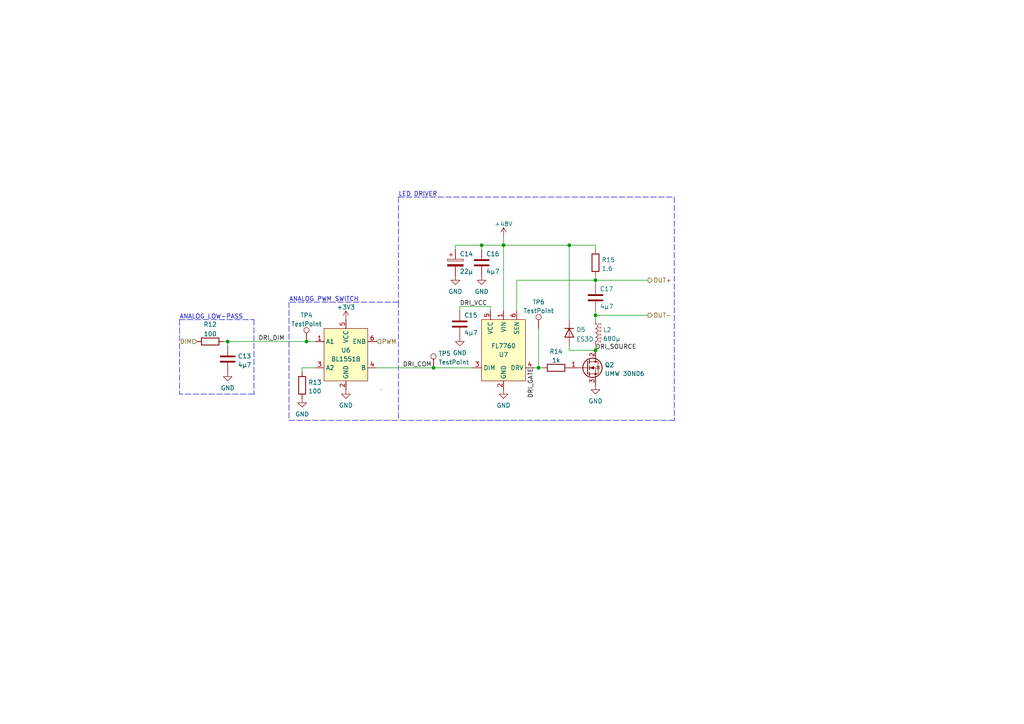
<source format=kicad_sch>
(kicad_sch (version 20211123) (generator eeschema)
  (paper "A4")
  (lib_symbols
    (symbol "Connector:TestPoint" (pin_numbers hide) (pin_names (offset 0.762) hide)
      (property "Reference" "TP" (at 0 6.858 0))
      (property "Value" "TestPoint" (at 0 5.08 0))
      (symbol "TestPoint_0_1"
        (circle (center 0 3.302) (radius 0.762))
      )
      (symbol "TestPoint_1_1"
        (pin passive line (at 0 0 90) (length 2.54) (name "1") (number "1"))
      )
    )
    (symbol "Device:C" (pin_numbers hide) (pin_names (offset 0.254))
      (property "Reference" "C" (at 0.635 2.54 0))
      (property "Value" "C" (at 0.635 -2.54 0))
      (symbol "C_0_1"
        (polyline (pts (xy -2.032 -0.762) (xy 2.032 -0.762)) (stroke (width 0.508)))
        (polyline (pts (xy -2.032 0.762) (xy 2.032 0.762)) (stroke (width 0.508)))
      )
      (symbol "C_1_1"
        (pin passive line (at 0 3.81 270) (length 2.794) (name "~") (number "1"))
        (pin passive line (at 0 -3.81 90) (length 2.794) (name "~") (number "2"))
      )
    )
    (symbol "Device:C_Polarized" (pin_numbers hide) (pin_names (offset 0.254))
      (property "Reference" "C" (at 0.635 2.54 0))
      (property "Value" "C_Polarized" (at 0.635 -2.54 0))
      (symbol "C_Polarized_0_1"
        (rectangle (start -2.286 0.508) (end 2.286 1.016))
        (polyline (pts (xy -1.778 2.286) (xy -0.762 2.286)))
        (polyline (pts (xy -1.27 2.794) (xy -1.27 1.778)))
        (rectangle (start 2.286 -0.508) (end -2.286 -1.016) (fill (type outline)))
      )
      (symbol "C_Polarized_1_1"
        (pin passive line (at 0 3.81 270) (length 2.794) (name "~") (number "1"))
        (pin passive line (at 0 -3.81 90) (length 2.794) (name "~") (number "2"))
      )
    )
    (symbol "Device:D" (pin_numbers hide) (pin_names (offset 1.016) hide)
      (property "Reference" "D" (at 0 2.54 0))
      (property "Value" "D" (at 0 -2.54 0))
      (symbol "D_0_1"
        (polyline (pts (xy -1.27 1.27) (xy -1.27 -1.27)) (stroke (width 0.254)))
        (polyline (pts (xy 1.27 0) (xy -1.27 0)))
        (polyline (pts (xy 1.27 1.27) (xy 1.27 -1.27) (xy -1.27 0) (xy 1.27 1.27)) (stroke (width 0.254)))
      )
      (symbol "D_1_1"
        (pin passive line (at -3.81 0 0) (length 2.54) (name "K") (number "1"))
        (pin passive line (at 3.81 0 180) (length 2.54) (name "A") (number "2"))
      )
    )
    (symbol "Device:L_Ferrite" (pin_numbers hide) (pin_names (offset 1.016) hide)
      (property "Reference" "L" (at -1.27 0 90))
      (property "Value" "L_Ferrite" (at 2.794 0 90))
      (symbol "L_Ferrite_0_1"
        (arc (start 0 -2.54) (mid 0.635 -1.905) (end 0 -1.27))
        (arc (start 0 -1.27) (mid 0.635 -0.635) (end 0 0))
        (polyline (pts (xy 1.016 -2.794) (xy 1.016 -2.286)))
        (polyline (pts (xy 1.016 -1.778) (xy 1.016 -1.27)))
        (polyline (pts (xy 1.016 -0.762) (xy 1.016 -0.254)))
        (polyline (pts (xy 1.016 0.254) (xy 1.016 0.762)))
        (polyline (pts (xy 1.016 1.27) (xy 1.016 1.778)))
        (polyline (pts (xy 1.016 2.286) (xy 1.016 2.794)))
        (polyline (pts (xy 1.524 -2.286) (xy 1.524 -2.794)))
        (polyline (pts (xy 1.524 -1.27) (xy 1.524 -1.778)))
        (polyline (pts (xy 1.524 -0.254) (xy 1.524 -0.762)))
        (polyline (pts (xy 1.524 0.762) (xy 1.524 0.254)))
        (polyline (pts (xy 1.524 1.778) (xy 1.524 1.27)))
        (polyline (pts (xy 1.524 2.794) (xy 1.524 2.286)))
        (arc (start 0 0) (mid 0.635 0.635) (end 0 1.27))
        (arc (start 0 1.27) (mid 0.635 1.905) (end 0 2.54))
      )
      (symbol "L_Ferrite_1_1"
        (pin passive line (at 0 3.81 270) (length 1.27) (name "1") (number "1"))
        (pin passive line (at 0 -3.81 90) (length 1.27) (name "2") (number "2"))
      )
    )
    (symbol "Device:Q_NMOS_GDS" (pin_names (offset 0) hide)
      (property "Reference" "Q" (at 5.08 1.27 0))
      (property "Value" "Q_NMOS_GDS" (at 5.08 -1.27 0))
      (symbol "Q_NMOS_GDS_0_1"
        (polyline (pts (xy 0.254 0) (xy -2.54 0)))
        (polyline (pts (xy 0.254 1.905) (xy 0.254 -1.905)) (stroke (width 0.254)))
        (polyline (pts (xy 0.762 -1.27) (xy 0.762 -2.286)) (stroke (width 0.254)))
        (polyline (pts (xy 0.762 0.508) (xy 0.762 -0.508)) (stroke (width 0.254)))
        (polyline (pts (xy 0.762 2.286) (xy 0.762 1.27)) (stroke (width 0.254)))
        (polyline (pts (xy 2.54 2.54) (xy 2.54 1.778)))
        (polyline (pts (xy 2.54 -2.54) (xy 2.54 0) (xy 0.762 0)))
        (polyline (pts (xy 0.762 -1.778) (xy 3.302 -1.778) (xy 3.302 1.778) (xy 0.762 1.778)))
        (polyline (pts (xy 1.016 0) (xy 2.032 0.381) (xy 2.032 -0.381) (xy 1.016 0)) (fill (type outline)))
        (polyline (pts (xy 2.794 0.508) (xy 2.921 0.381) (xy 3.683 0.381) (xy 3.81 0.254)))
        (polyline (pts (xy 3.302 0.381) (xy 2.921 -0.254) (xy 3.683 -0.254) (xy 3.302 0.381)))
        (circle (center 1.651 0) (radius 2.794) (stroke (width 0.254)))
        (circle (center 2.54 -1.778) (radius 0.254) (fill (type outline)))
        (circle (center 2.54 1.778) (radius 0.254) (fill (type outline)))
      )
      (symbol "Q_NMOS_GDS_1_1"
        (pin input line (at -5.08 0 0) (length 2.54) (name "G") (number "1"))
        (pin passive line (at 2.54 5.08 270) (length 2.54) (name "D") (number "2"))
        (pin passive line (at 2.54 -5.08 90) (length 2.54) (name "S") (number "3"))
      )
    )
    (symbol "Device:R" (pin_numbers hide) (pin_names (offset 0))
      (property "Reference" "R" (at 2.032 0 90))
      (property "Value" "R" (at 0 0 90))
      (symbol "R_0_1"
        (rectangle (start -1.016 -2.54) (end 1.016 2.54) (stroke (width 0.254)))
      )
      (symbol "R_1_1"
        (pin passive line (at 0 3.81 270) (length 1.27) (name "~") (number "1"))
        (pin passive line (at 0 -3.81 90) (length 1.27) (name "~") (number "2"))
      )
    )
    (symbol "Library:FL7760"
      (property "Reference" "U" (at 0 -1.27 0))
      (property "Value" "FL7760" (at 0 1.27 0))
      (symbol "FL7760_0_1"
        (rectangle (start -6.35 10.16) (end 6.35 -7.62) (stroke (width 0.1524)) (fill (type background)))
      )
      (symbol "FL7760_1_1"
        (pin input line (at 0 12.7 270) (length 2.54) (name "VIN") (number "1"))
        (pin input line (at 0 -10.16 90) (length 2.54) (name "GND") (number "2"))
        (pin input line (at -8.89 -3.81 0) (length 2.54) (name "DIM") (number "3"))
        (pin output line (at 8.89 -3.81 180) (length 2.54) (name "DRV") (number "4"))
        (pin input line (at -3.81 12.7 270) (length 2.54) (name "VCC") (number "5"))
        (pin input line (at 3.81 12.7 270) (length 2.54) (name "SEN") (number "6"))
      )
    )
    (symbol "library:BL1551B"
      (property "Reference" "U" (at 0 -1.27 0))
      (property "Value" "BL1551B" (at 0 1.27 0))
      (symbol "BL1551B_0_1"
        (rectangle (start 6.35 7.62) (end -6.35 -7.62) (stroke (width 0.1524)) (fill (type background)))
        (rectangle (start 10.16 -10.16) (end 10.16 -10.16) (stroke (width 0.1524)))
        (rectangle (start 10.16 -10.16) (end 10.16 -10.16) (stroke (width 0.1524)))
        (rectangle (start 10.16 -10.16) (end 10.16 -10.16) (stroke (width 0.1524)))
      )
      (symbol "BL1551B_1_1"
        (pin bidirectional line (at -8.89 3.81 0) (length 2.54) (name "A1") (number "1"))
        (pin power_in line (at 0 -10.16 90) (length 2.54) (name "GND") (number "2"))
        (pin bidirectional line (at -8.89 -3.81 0) (length 2.54) (name "A2") (number "3"))
        (pin bidirectional line (at 8.89 -3.81 180) (length 2.54) (name "B") (number "4"))
        (pin power_in line (at 0 10.16 270) (length 2.54) (name "VCC") (number "5"))
        (pin input line (at 8.89 3.81 180) (length 2.54) (name "ENB") (number "6"))
      )
    )
    (symbol "power:+3V3" (power) (pin_names (offset 0))
      (property "Value" "+3V3" (at 0 3.556 0))
      (symbol "+3V3_0_1"
        (polyline (pts (xy -0.762 1.27) (xy 0 2.54)))
        (polyline (pts (xy 0 0) (xy 0 2.54)))
        (polyline (pts (xy 0 2.54) (xy 0.762 1.27)))
      )
      (symbol "+3V3_1_1"
        (pin power_in line (at 0 0 90) (length 0) hide (name "+3V3") (number "1"))
      )
    )
    (symbol "power:+48V" (power) (pin_names (offset 0))
      (property "Value" "+48V" (at 0 3.556 0))
      (symbol "+48V_0_1"
        (polyline (pts (xy -0.762 1.27) (xy 0 2.54)))
        (polyline (pts (xy 0 0) (xy 0 2.54)))
        (polyline (pts (xy 0 2.54) (xy 0.762 1.27)))
      )
      (symbol "+48V_1_1"
        (pin power_in line (at 0 0 90) (length 0) hide (name "+48V") (number "1"))
      )
    )
    (symbol "power:GND" (power) (pin_names (offset 0))
      (property "Value" "GND" (at 0 -3.81 0))
      (symbol "GND_0_1"
        (polyline (pts (xy 0 0) (xy 0 -1.27) (xy 1.27 -1.27) (xy 0 -2.54) (xy -1.27 -1.27) (xy 0 -1.27)))
      )
      (symbol "GND_1_1"
        (pin power_in line (at 0 0 270) (length 0) hide (name "GND") (number "1"))
      )
    )
  )
  (junction (at 88.9 99.06))
  (junction (at 172.72 101.6))
  (junction (at 66.04 99.06))
  (junction (at 139.7 71.12))
  (junction (at 165.1 71.12))
  (junction (at 146.05 71.12))
  (junction (at 172.72 91.44))
  (junction (at 156.21 106.68))
  (junction (at 172.72 81.28))
  (junction (at 125.73 106.68))
  (wire (pts (xy 172.72 81.28) (xy 187.96 81.28)))
  (wire (pts (xy 146.05 71.12) (xy 146.05 90.17)))
  (polyline (pts (xy 195.58 57.15) (xy 195.58 121.92)))
  (wire (pts (xy 172.72 91.44) (xy 172.72 92.71)))
  (polyline (pts (xy 52.07 92.71) (xy 52.07 114.3)))
  (polyline (pts (xy 73.66 114.3) (xy 52.07 114.3)))
  (wire (pts (xy 132.08 71.12) (xy 139.7 71.12)))
  (polyline (pts (xy 115.57 87.63) (xy 83.82 87.63)))
  (polyline (pts (xy 195.58 121.92) (xy 115.57 121.92)))
  (polyline (pts (xy 83.82 87.63) (xy 83.82 121.92)))
  (wire (pts (xy 87.63 106.68) (xy 87.63 107.95)))
  (wire (pts (xy 149.86 81.28) (xy 149.86 90.17)))
  (wire (pts (xy 132.08 72.39) (xy 132.08 71.12)))
  (wire (pts (xy 125.73 106.68) (xy 137.16 106.68)))
  (wire (pts (xy 172.72 91.44) (xy 187.96 91.44)))
  (wire (pts (xy 165.1 71.12) (xy 165.1 92.71)))
  (wire (pts (xy 154.94 106.68) (xy 156.21 106.68)))
  (wire (pts (xy 172.72 71.12) (xy 172.72 72.39)))
  (wire (pts (xy 66.04 99.06) (xy 64.77 99.06)))
  (wire (pts (xy 165.1 101.6) (xy 172.72 101.6)))
  (polyline (pts (xy 115.57 57.15) (xy 115.57 87.63)))
  (wire (pts (xy 88.9 99.06) (xy 91.44 99.06)))
  (wire (pts (xy 172.72 91.44) (xy 172.72 90.17)))
  (polyline (pts (xy 83.82 121.92) (xy 115.57 121.92)))
  (wire (pts (xy 109.22 106.68) (xy 125.73 106.68)))
  (polyline (pts (xy 115.57 57.15) (xy 195.58 57.15)))
  (wire (pts (xy 165.1 71.12) (xy 172.72 71.12)))
  (wire (pts (xy 172.72 80.01) (xy 172.72 81.28)))
  (wire (pts (xy 172.72 100.33) (xy 172.72 101.6)))
  (wire (pts (xy 165.1 100.33) (xy 165.1 101.6)))
  (wire (pts (xy 146.05 68.58) (xy 146.05 71.12)))
  (wire (pts (xy 87.63 106.68) (xy 91.44 106.68)))
  (polyline (pts (xy 73.66 92.71) (xy 73.66 114.3)))
  (wire (pts (xy 156.21 106.68) (xy 157.48 106.68)))
  (wire (pts (xy 66.04 99.06) (xy 88.9 99.06)))
  (wire (pts (xy 142.24 90.17) (xy 142.24 88.9)))
  (wire (pts (xy 139.7 72.39) (xy 139.7 71.12)))
  (wire (pts (xy 133.35 88.9) (xy 142.24 88.9)))
  (wire (pts (xy 156.21 95.25) (xy 156.21 106.68)))
  (wire (pts (xy 139.7 71.12) (xy 146.05 71.12)))
  (wire (pts (xy 133.35 88.9) (xy 133.35 90.17)))
  (wire (pts (xy 149.86 81.28) (xy 172.72 81.28)))
  (wire (pts (xy 66.04 100.33) (xy 66.04 99.06)))
  (wire (pts (xy 172.72 82.55) (xy 172.72 81.28)))
  (wire (pts (xy 146.05 71.12) (xy 165.1 71.12)))
  (polyline (pts (xy 115.57 87.63) (xy 115.57 121.92)))
  (polyline (pts (xy 52.07 92.71) (xy 73.66 92.71)))
  (text "ANALOG PWM SWITCH" (at 83.82 87.63 0) (effects (font (size 1.27 1.27)) (justify left bottom)))
  (text "ANALOG LOW-PASS" (at 52.07 92.71 0) (effects (font (size 1.27 1.27)) (justify left bottom)))
  (text "LED DRIVER" (at 115.57 57.15 0) (effects (font (size 1.27 1.27)) (justify left bottom)))
  (label "DRI_DIM" (at 74.93 99.06 0))
  (label "DRI_COM" (at 116.84 106.68 0))
  (label "DRI_VCC" (at 133.35 88.9 0))
  (label "DRI_SOURCE" (at 172.72 101.6 0))
  (label "DRI_GATE" (at 154.94 106.68 270))
  (hierarchical_label "OUT+" (shape output) (at 187.96 81.28 0))
  (hierarchical_label "PWM" (shape input) (at 109.22 99.06 0))
  (hierarchical_label "DIM" (shape input) (at 57.15 99.06 180))
  (hierarchical_label "OUT-" (shape output) (at 187.96 91.44 0))
  (symbol (lib_id "power:GND") (at 133.35 97.79 0) (unit 1)
    (property "Reference" "#PWR045" (effects hide))
    (property "Value" "GND" (at 133.35 102.3525 0))
  )
  (symbol (lib_id "Device:C") (at 172.72 86.36 0) (unit 1)
    (property "Reference" "C17" (at 173.99 83.82 0) (effects (justify left)))
    (property "Value" "4µ7" (at 173.99 88.9 0) (effects (justify left)))
    (property "Footprint" "Capacitor_SMD:C_0805_2012Metric" (effects hide))
  )
  (symbol (lib_id "Device:C") (at 133.35 93.98 0) (unit 1)
    (property "Reference" "C15" (at 134.62 91.44 0) (effects (justify left)))
    (property "Value" "4µ7" (at 134.62 96.52 0) (effects (justify left)))
    (property "Footprint" "Capacitor_SMD:C_0805_2012Metric" (effects hide))
  )
  (symbol (lib_id "Device:R") (at 87.63 111.76 0) (mirror y) (unit 1)
    (property "Reference" "R13" (at 89.408 110.9253 0) (effects (justify right)))
    (property "Value" "100" (at 89.408 113.4622 0) (effects (justify right)))
    (property "Footprint" "Resistor_SMD:R_0603_1608Metric" (effects hide))
  )
  (symbol (lib_id "Device:R") (at 172.72 76.2 0) (unit 1)
    (property "Reference" "R15" (at 174.498 75.3653 0) (effects (justify left)))
    (property "Value" "1.6" (at 174.498 77.9022 0) (effects (justify left)))
    (property "Footprint" "Resistor_SMD:R_1206_3216Metric" (effects hide))
  )
  (symbol (lib_id "power:GND") (at 66.04 107.95 0) (unit 1)
    (property "Reference" "#PWR040" (effects hide))
    (property "Value" "GND" (at 66.04 112.5125 0))
  )
  (symbol (lib_id "Connector:TestPoint") (at 88.9 99.06 0) (unit 1)
    (property "Reference" "TP4" (at 88.9 91.44 0))
    (property "Value" "TestPoint" (at 88.9 93.98 0))
    (property "Footprint" "TestPoint:TestPoint_Pad_D1.0mm" (effects hide))
  )
  (symbol (lib_id "Device:C") (at 66.04 104.14 0) (unit 1)
    (property "Reference" "C13" (at 68.961 103.3053 0) (effects (justify left)))
    (property "Value" "4µ7" (at 68.961 105.8422 0) (effects (justify left)))
    (property "Footprint" "Capacitor_SMD:C_0805_2012Metric" (effects hide))
  )
  (symbol (lib_id "power:+48V") (at 146.05 68.58 0) (unit 1)
    (property "Reference" "#PWR047" (effects hide))
    (property "Value" "+48V" (at 146.05 64.9755 0))
  )
  (symbol (lib_id "Connector:TestPoint") (at 125.73 106.68 0) (unit 1)
    (property "Reference" "TP5" (at 127.127 102.5433 0) (effects (justify left)))
    (property "Value" "TestPoint" (at 127.127 105.0802 0) (effects (justify left)))
    (property "Footprint" "TestPoint:TestPoint_Pad_D1.0mm" (effects hide))
  )
  (symbol (lib_id "Device:C_Polarized") (at 132.08 76.2 0) (unit 1)
    (property "Reference" "C14" (at 133.35 73.66 0) (effects (justify left)))
    (property "Value" "22µ" (at 133.35 78.74 0) (effects (justify left)))
    (property "Footprint" "Capacitor_SMD:CP_Elec_6.3x4.5" (effects hide))
  )
  (symbol (lib_id "power:GND") (at 172.72 111.76 0) (unit 1)
    (property "Reference" "#PWR049" (effects hide))
    (property "Value" "GND" (at 172.72 116.3225 0))
  )
  (symbol (lib_id "Device:Q_NMOS_GDS") (at 170.18 106.68 0) (unit 1)
    (property "Reference" "Q2" (at 175.387 105.8453 0) (effects (justify left)))
    (property "Value" "UMW 30N06" (at 175.387 108.3822 0) (effects (justify left)))
    (property "Footprint" "Package_TO_SOT_SMD:TO-252-2" (effects hide))
  )
  (symbol (lib_id "Device:D") (at 165.1 96.52 270) (unit 1)
    (property "Reference" "D5" (at 167.132 95.6115 90) (effects (justify left)))
    (property "Value" "ES3D" (at 167.132 98.3866 90) (effects (justify left)))
    (property "Footprint" "Diode_SMD:D_SMB" (effects hide))
  )
  (symbol (lib_id "Connector:TestPoint") (at 156.21 95.25 0) (unit 1)
    (property "Reference" "TP6" (at 156.21 87.63 0))
    (property "Value" "TestPoint" (at 156.21 90.17 0))
    (property "Footprint" "TestPoint:TestPoint_Pad_D1.0mm" (effects hide))
  )
  (symbol (lib_id "Device:R") (at 60.96 99.06 90) (unit 1)
    (property "Reference" "R12" (at 60.96 94.0775 90))
    (property "Value" "100" (at 60.96 96.8526 90))
    (property "Footprint" "Resistor_SMD:R_0603_1608Metric" (effects hide))
  )
  (symbol (lib_id "library:BL1551B") (at 100.33 102.87 0) (unit 1)
    (property "Reference" "U6" (at 100.33 101.6 0))
    (property "Value" "BL1551B" (at 100.33 104.14 0))
    (property "Footprint" "Package_TO_SOT_SMD:SOT-363_SC-70-6" (effects hide))
  )
  (symbol (lib_id "power:GND") (at 100.33 113.03 0) (unit 1)
    (property "Reference" "#PWR043" (effects hide))
    (property "Value" "GND" (at 100.33 117.5925 0))
  )
  (symbol (lib_id "power:GND") (at 132.08 80.01 0) (unit 1)
    (property "Reference" "#PWR044" (effects hide))
    (property "Value" "GND" (at 132.08 84.5725 0))
  )
  (symbol (lib_id "power:GND") (at 87.63 115.57 0) (mirror y) (unit 1)
    (property "Reference" "#PWR041" (effects hide))
    (property "Value" "GND" (at 87.63 120.1325 0))
  )
  (symbol (lib_id "Device:L_Ferrite") (at 172.72 96.52 0) (unit 1)
    (property "Reference" "L2" (at 174.879 95.6853 0) (effects (justify left)))
    (property "Value" "680µ" (at 174.879 98.2222 0) (effects (justify left)))
    (property "Footprint" "Inductor_SMD:L_12x12mm_H8mm" (effects hide))
  )
  (symbol (lib_id "power:GND") (at 139.7 80.01 0) (unit 1)
    (property "Reference" "#PWR046" (effects hide))
    (property "Value" "GND" (at 139.7 84.5725 0))
  )
  (symbol (lib_id "power:+3V3") (at 100.33 92.71 0) (unit 1)
    (property "Reference" "#PWR042" (effects hide))
    (property "Value" "+3V3" (at 100.33 89.1055 0))
  )
  (symbol (lib_id "Library:FL7760") (at 146.05 102.87 0) (unit 1)
    (property "Reference" "U7" (at 146.05 102.87 0))
    (property "Value" "FL7760" (at 146.05 100.33 0))
    (property "Footprint" "Package_TO_SOT_SMD:SOT-23-6" (effects hide))
  )
  (symbol (lib_id "Device:C") (at 139.7 76.2 0) (unit 1)
    (property "Reference" "C16" (at 140.97 73.66 0) (effects (justify left)))
    (property "Value" "4µ7" (at 140.97 78.74 0) (effects (justify left)))
    (property "Footprint" "Capacitor_SMD:C_0805_2012Metric" (effects hide))
  )
  (symbol (lib_id "power:GND") (at 146.05 113.03 0) (unit 1)
    (property "Reference" "#PWR048" (effects hide))
    (property "Value" "GND" (at 146.05 117.5925 0))
  )
  (symbol (lib_id "Device:R") (at 161.29 106.68 90) (unit 1)
    (property "Reference" "R14" (at 161.29 101.9642 90))
    (property "Value" "1k" (at 161.29 104.5011 90))
    (property "Footprint" "Resistor_SMD:R_0603_1608Metric" (effects hide))
  )
)
</source>
